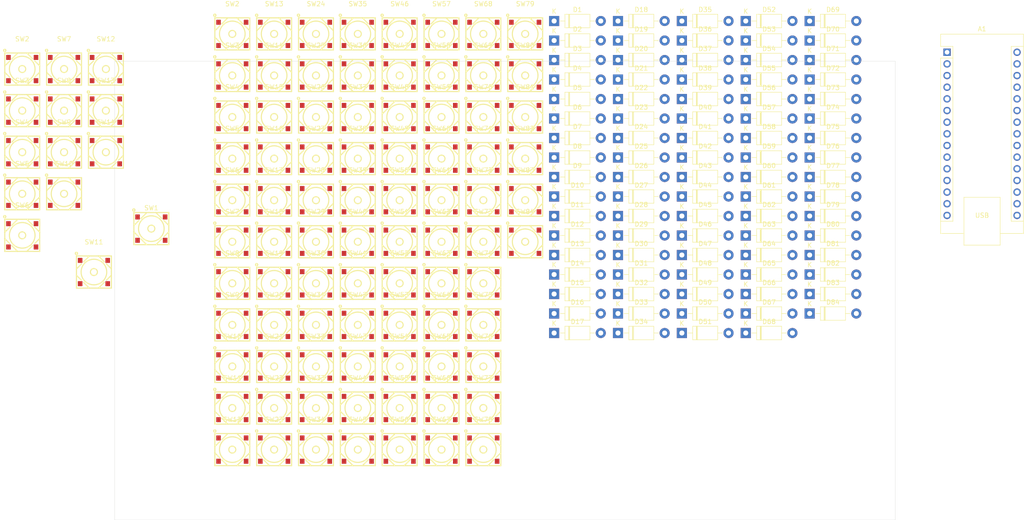
<source format=kicad_pcb>
(kicad_pcb (version 20240108) (generator "pcbnew") (generator_version "8.0")
  (layers (0 "F.Cu" signal) (31 "B.Cu" signal) (34 "B.Paste" user) (35 "F.Paste" user) (36 "B.SilkS" user "B.Silkscreen") (37 "F.SilkS" user "F.Silkscreen") (38 "B.Mask" user) (39 "F.Mask" user) (44 "Edge.Cuts" user))
  (net 0 "")
  (net 65 "row 5")
  (net 66 "col 1")
  (net 67 "col 8")
  (net 68 "col 9")
  (net 69 "col 4")
  (net 70 "row 2")
  (net 71 "col 5")
  (net 72 "col 11")
  (net 73 "col 6")
  (net 74 "col 12")
  (net 75 "col 7")
  (net 76 "col 10")
  (net 77 "row 0")
  (net 78 "col 0")
  (net 79 "row 3")
  (net 80 "row 4")
  (net 81 "col 3")
  (net 82 "col 2")
  (net 83 "row 1")
  (net 84 "col 13")
  (net 85 "Net-(D1-A)")
  (net 86 "Net-(D2-A)")
  (net 87 "Net-(D3-A)")
  (net 88 "Net-(D4-A)")
  (net 89 "Net-(D5-A)")
  (net 90 "Net-(D6-A)")
  (net 91 "Net-(D7-A)")
  (net 92 "Net-(D8-A)")
  (net 93 "Net-(D9-A)")
  (net 94 "Net-(D10-A)")
  (net 95 "Net-(D11-A)")
  (net 96 "Net-(D12-A)")
  (net 97 "Net-(D13-A)")
  (net 98 "Net-(D14-A)")
  (net 99 "Net-(D15-A)")
  (net 100 "Net-(D16-A)")
  (net 101 "Net-(D17-A)")
  (net 102 "Net-(D18-A)")
  (net 103 "Net-(D19-A)")
  (net 104 "Net-(D20-A)")
  (net 105 "Net-(D21-A)")
  (net 106 "Net-(D22-A)")
  (net 107 "Net-(D23-A)")
  (net 108 "Net-(D24-A)")
  (net 109 "Net-(D25-A)")
  (net 110 "Net-(D26-A)")
  (net 111 "Net-(D27-A)")
  (net 112 "Net-(D28-A)")
  (net 113 "Net-(D29-A)")
  (net 114 "Net-(D30-A)")
  (net 115 "Net-(D31-A)")
  (net 116 "Net-(D32-A)")
  (net 117 "Net-(D33-A)")
  (net 118 "Net-(D34-A)")
  (net 119 "Net-(D35-A)")
  (net 120 "Net-(D36-A)")
  (net 121 "Net-(D37-A)")
  (net 122 "Net-(D38-A)")
  (net 123 "Net-(D39-A)")
  (net 124 "Net-(D40-A)")
  (net 125 "Net-(D41-A)")
  (net 126 "Net-(D42-A)")
  (net 127 "Net-(D43-A)")
  (net 128 "Net-(D44-A)")
  (net 129 "Net-(D45-A)")
  (net 130 "Net-(D46-A)")
  (net 131 "Net-(D47-A)")
  (net 132 "Net-(D48-A)")
  (net 133 "Net-(D49-A)")
  (net 134 "Net-(D50-A)")
  (net 135 "Net-(D51-A)")
  (net 136 "Net-(D52-A)")
  (net 137 "Net-(D53-A)")
  (net 138 "Net-(D54-A)")
  (net 139 "Net-(D55-A)")
  (net 140 "Net-(D56-A)")
  (net 141 "Net-(D57-A)")
  (net 142 "Net-(D58-A)")
  (net 143 "Net-(D59-A)")
  (net 144 "Net-(D60-A)")
  (net 145 "Net-(D61-A)")
  (net 146 "Net-(D62-A)")
  (net 147 "Net-(D63-A)")
  (net 148 "Net-(D64-A)")
  (net 149 "Net-(D65-A)")
  (net 150 "Net-(D66-A)")
  (net 151 "Net-(D67-A)")
  (net 152 "Net-(D68-A)")
  (net 153 "Net-(D69-A)")
  (net 154 "Net-(D70-A)")
  (net 155 "Net-(D71-A)")
  (net 156 "Net-(D72-A)")
  (net 157 "Net-(D73-A)")
  (net 158 "Net-(D74-A)")
  (net 159 "Net-(D75-A)")
  (net 160 "Net-(D76-A)")
  (net 161 "Net-(D77-A)")
  (net 162 "Net-(D78-A)")
  (net 163 "Net-(D79-A)")
  (net 164 "Net-(D80-A)")
  (net 165 "Net-(D81-A)")
  (net 166 "Net-(D82-A)")
  (net 167 "Net-(D83-A)")
  (net 168 "Net-(D84-A)")
  (footprint "Diode_THT:D_DO-41_SOD81_P10.16mm_Horizontal" (layer "F.Cu") (at 209.84 63)
    (property "Reference" "D76")
    (property "Value" "1N4001")
  )
  (footprint "easyeda2kicad:KEY-SMD_4P-L7.5-W7.0-P6.00-LS5.0" (layer "F.Cu") (at 138.79 126.66)
    (property "Reference" "SW78")
    (property "Value" "SKRRAAE010")
  )
  (footprint "easyeda2kicad:KEY-SMD_4P-L7.5-W7.0-P6.00-LS5.0" (layer "F.Cu") (at 111.46 63.24)
    (property "Reference" "SW38")
    (property "Value" "SKRRAAE010")
  )
  (footprint "easyeda2kicad:KEY-SMD_4P-L7.5-W7.0-P6.00-LS5.0" (layer "F.Cu") (at 93.24 72.3)
    (property "Reference" "SW17")
    (property "Value" "SKRRAAE010")
  )
  (footprint "easyeda2kicad:KEY-SMD_4P-L7.5-W7.0-P6.00-LS5.0" (layer "F.Cu") (at 120.57 108.54)
    (property "Reference" "SW54")
    (property "Value" "SKRRAAE010")
  )
  (footprint "Diode_THT:D_DO-41_SOD81_P10.16mm_Horizontal" (layer "F.Cu") (at 154.2 71.5)
    (property "Reference" "D10")
    (property "Value" "1N4001")
  )
  (footprint "Diode_THT:D_DO-41_SOD81_P10.16mm_Horizontal" (layer "F.Cu") (at 209.84 71.5)
    (property "Reference" "D78")
    (property "Value" "1N4001")
  )
  (footprint "easyeda2kicad:KEY-SMD_4P-L7.5-W7.0-P6.00-LS5.0" (layer "F.Cu") (at 38.39 61.84)
    (property "Reference" "SW4")
    (property "Value" "SKRRAAE010")
  )
  (footprint "easyeda2kicad:KEY-SMD_4P-L7.5-W7.0-P6.00-LS5.0" (layer "F.Cu") (at 129.68 117.6)
    (property "Reference" "SW66")
    (property "Value" "SKRRAAE010")
  )
  (footprint "Diode_THT:D_DO-41_SOD81_P10.16mm_Horizontal" (layer "F.Cu") (at 168.11 46)
    (property "Reference" "D21")
    (property "Value" "1N4001")
  )
  (footprint "Diode_THT:D_DO-41_SOD81_P10.16mm_Horizontal" (layer "F.Cu") (at 168.11 54.5)
    (property "Reference" "D23")
    (property "Value" "1N4001")
  )
  (footprint "easyeda2kicad:KEY-SMD_4P-L7.5-W7.0-P6.00-LS5.0" (layer "F.Cu") (at 38.39 52.78)
    (property "Reference" "SW3")
    (property "Value" "SKRRAAE010")
  )
  (footprint "Diode_THT:D_DO-41_SOD81_P10.16mm_Horizontal" (layer "F.Cu") (at 182.02 46)
    (property "Reference" "D38")
    (property "Value" "1N4001")
  )
  (footprint "Diode_THT:D_DO-41_SOD81_P10.16mm_Horizontal" (layer "F.Cu") (at 154.2 97)
    (property "Reference" "D16")
    (property "Value" "1N4001")
  )
  (footprint "Diode_THT:D_DO-41_SOD81_P10.16mm_Horizontal" (layer "F.Cu") (at 168.11 92.75)
    (property "Reference" "D32")
    (property "Value" "1N4001")
  )
  (footprint "easyeda2kicad:KEY-SMD_4P-L7.5-W7.0-P6.00-LS5.0" (layer "F.Cu") (at 129.68 108.54)
    (property "Reference" "SW65")
    (property "Value" "SKRRAAE010")
  )
  (footprint "easyeda2kicad:KEY-SMD_4P-L7.5-W7.0-P6.00-LS5.0" (layer "F.Cu") (at 138.79 99.48)
    (property "Reference" "SW75")
    (property "Value" "SKRRAAE010")
  )
  (footprint "easyeda2kicad:KEY-SMD_4P-L7.5-W7.0-P6.00-LS5.0" (layer "F.Cu") (at 138.79 63.24)
    (property "Reference" "SW71")
    (property "Value" "SKRRAAE010")
  )
  (footprint "easyeda2kicad:KEY-SMD_4P-L7.5-W7.0-P6.00-LS5.0" (layer "F.Cu") (at 93.24 36.06)
    (property "Reference" "SW13")
    (property "Value" "SKRRAAE010")
  )
  (footprint "easyeda2kicad:KEY-SMD_4P-L7.5-W7.0-P6.00-LS5.0" (layer "F.Cu") (at 93.24 45.12)
    (property "Reference" "SW14")
    (property "Value" "SKRRAAE010")
  )
  (footprint "Diode_THT:D_DO-41_SOD81_P10.16mm_Horizontal" (layer "F.Cu") (at 168.11 41.75)
    (property "Reference" "D20")
    (property "Value" "1N4001")
  )
  (footprint "easyeda2kicad:KEY-SMD_4P-L7.5-W7.0-P6.00-LS5.0" (layer "F.Cu") (at 111.46 90.42)
    (property "Reference" "SW41")
    (property "Value" "SKRRAAE010")
  )
  (footprint "easyeda2kicad:KEY-SMD_4P-L7.5-W7.0-P6.00-LS5.0" (layer "F.Cu") (at 111.46 99.48)
    (property "Reference" "SW42")
    (property "Value" "SKRRAAE010")
  )
  (footprint "easyeda2kicad:KEY-SMD_4P-L7.5-W7.0-P6.00-LS5.0" (layer "F.Cu") (at 147.9 45.12)
    (property "Reference" "SW80")
    (property "Value" "SKRRAAE010")
  )
  (footprint "easyeda2kicad:KEY-SMD_4P-L7.5-W7.0-P6.00-LS5.0" (layer "F.Cu") (at 138.79 81.36)
    (property "Reference" "SW73")
    (property "Value" "SKRRAAE010")
  )
  (footprint "easyeda2kicad:KEY-SMD_4P-L7.5-W7.0-P6.00-LS5.0" (layer "F.Cu") (at 84.13 90.42)
    (property "Reference" "SW8")
    (property "Value" "SKRRAAE010")
  )
  (footprint "Diode_THT:D_DO-41_SOD81_P10.16mm_Horizontal" (layer "F.Cu") (at 209.84 37.5)
    (property "Reference" "D70")
    (property "Value" "1N4001")
  )
  (footprint "easyeda2kicad:KEY-SMD_4P-L7.5-W7.0-P6.00-LS5.0" (layer "F.Cu") (at 56.61 61.84)
    (property "Reference" "SW14")
    (property "Value" "SKRRAAE010")
  )
  (footprint "Diode_THT:D_DO-41_SOD81_P10.16mm_Horizontal" (layer "F.Cu") (at 168.11 63)
    (property "Reference" "D25")
    (property "Value" "1N4001")
  )
  (footprint "Diode_THT:D_DO-41_SOD81_P10.16mm_Horizontal" (layer "F.Cu") (at 182.02 54.5)
    (property "Reference" "D40")
    (property "Value" "1N4001")
  )
  (footprint "easyeda2kicad:KEY-SMD_4P-L7.5-W7.0-P6.00-LS5.0" (layer "F.Cu") (at 102.35 90.42)
    (property "Reference" "SW30")
    (property "Value" "SKRRAAE010")
  )
  (footprint "Diode_THT:D_DO-41_SOD81_P10.16mm_Horizontal" (layer "F.Cu") (at 209.84 41.75)
    (property "Reference" "D71")
    (property "Value" "1N4001")
  )
  (footprint "Diode_THT:D_DO-41_SOD81_P10.16mm_Horizontal" (layer "F.Cu") (at 154.2 54.5)
    (property "Reference" "D6")
    (property "Value" "1N4001")
  )
  (footprint "easyeda2kicad:KEY-SMD_4P-L7.5-W7.0-P6.00-LS5.0" (layer "F.Cu") (at 120.57 81.36)
    (property "Reference" "SW51")
    (property "Value" "SKRRAAE010")
  )
  (footprint "Diode_THT:D_DO-41_SOD81_P10.16mm_Horizontal" (layer "F.Cu") (at 168.11 71.5)
    (property "Reference" "D27")
    (property "Value" "1N4001")
  )
  (footprint "Diode_THT:D_DO-41_SOD81_P10.16mm_Horizontal" (layer "F.Cu") (at 209.84 84.25)
    (property "Reference" "D81")
    (property "Value" "1N4001")
  )
  (footprint "Diode_THT:D_DO-41_SOD81_P10.16mm_Horizontal" (layer "F.Cu") (at 154.2 75.75)
    (property "Reference" "D11")
    (property "Value" "1N4001")
  )
  (footprint "Diode_THT:D_DO-41_SOD81_P10.16mm_Horizontal" (layer "F.Cu") (at 182.02 75.75)
    (property "Reference" "D45")
    (property "Value" "1N4001")
  )
  (footprint "easyeda2kicad:KEY-SMD_4P-L7.5-W7.0-P6.00-LS5.0" (layer "F.Cu") (at 129.68 36.06)
    (property "Reference" "SW57")
    (property "Value" "SKRRAAE010")
  )
  (footprint "Diode_THT:D_DO-41_SOD81_P10.16mm_Horizontal" (layer "F.Cu") (at 209.84 88.5)
    (property "Reference" "D82")
    (property "Value" "1N4001")
  )
  (footprint "easyeda2kicad:KEY-SMD_4P-L7.5-W7.0-P6.00-LS5.0" (layer "F.Cu") (at 111.46 81.36)
    (property "Reference" "SW40")
    (property "Value" "SKRRAAE010")
  )
  (footprint "easyeda2kicad:KEY-SMD_4P-L7.5-W7.0-P6.00-LS5.0" (layer "F.Cu") (at 56.61 43.72)
    (property "Reference" "SW12")
    (property "Value" "SKRRAAE010")
  )
  (footprint "Diode_THT:D_DO-41_SOD81_P10.16mm_Horizontal" (layer "F.Cu") (at 168.11 84.25)
    (property "Reference" "D30")
    (property "Value" "1N4001")
  )
  (footprint "easyeda2kicad:KEY-SMD_4P-L7.5-W7.0-P6.00-LS5.0" (layer "F.Cu") (at 102.35 45.12)
    (property "Reference" "SW25")
    (property "Value" "SKRRAAE010")
  )
  (footprint "Diode_THT:D_DO-41_SOD81_P10.16mm_Horizontal" (layer "F.Cu") (at 182.02 41.75)
    (property "Reference" "D37")
    (property "Value" "1N4001")
  )
  (footprint "easyeda2kicad:KEY-SMD_4P-L7.5-W7.0-P6.00-LS5.0" (layer "F.Cu") (at 93.24 117.6)
    (property "Reference" "SW22")
    (property "Value" "SKRRAAE010")
  )
  (footprint "Diode_THT:D_DO-41_SOD81_P10.16mm_Horizontal" (layer "F.Cu") (at 168.11 97)
    (property "Reference" "D33")
    (property "Value" "1N4001")
  )
  (footprint "Diode_THT:D_DO-41_SOD81_P10.16mm_Horizontal" (layer "F.Cu") (at 182.02 50.25)
    (property "Reference" "D39")
    (property "Value" "1N4001")
  )
  (footprint "easyeda2kicad:KEY-SMD_4P-L7.5-W7.0-P6.00-LS5.0" (layer "F.Cu") (at 84.13 81.36)
    (property "Reference" "SW7")
    (property "Value" "SKRRAAE010")
  )
  (footprint "easyeda2kicad:KEY-SMD_4P-L7.5-W7.0-P6.00-LS5.0" (layer "F.Cu") (at 147.9 63.24)
    (property "Reference" "SW82")
    (property "Value" "SKRRAAE010")
  )
  (footprint "Diode_THT:D_DO-41_SOD81_P10.16mm_Horizontal" (layer "F.Cu") (at 209.84 92.75)
    (property "Reference" "D83")
    (property "Value" "1N4001")
  )
  (footprint "easyeda2kicad:KEY-SMD_4P-L7.5-W7.0-P6.00-LS5.0" (layer "F.Cu") (at 129.68 81.36)
    (property "Reference" "SW62")
    (property "Value" "SKRRAAE010")
  )
  (footprint "easyeda2kicad:KEY-SMD_4P-L7.5-W7.0-P6.00-LS5.0" (layer "F.Cu") (at 138.79 45.12)
    (property "Reference" "SW69")
    (property "Value" "SKRRAAE010")
  )
  (footprint "easyeda2kicad:KEY-SMD_4P-L7.5-W7.0-P6.00-LS5.0" (layer "F.Cu") (at 111.46 54.18)
    (property "Reference" "SW37")
    (property "Value" "SKRRAAE010")
  )
  (footprint "easyeda2kicad:KEY-SMD_4P-L7.5-W7.0-P6.00-LS5.0" (layer "F.Cu") (at 38.39 70.9)
    (property "Reference" "SW5")
    (property "Value" "SKRRAAE010")
  )
  (footprint "Diode_THT:D_DO-41_SOD81_P10.16mm_Horizontal" (layer "F.Cu") (at 168.11 50.25)
    (property "Reference" "D22")
    (property "Value" "1N4001")
  )
  (footprint "easyeda2kicad:KEY-SMD_4P-L7.5-W7.0-P6.00-LS5.0" (layer "F.Cu") (at 111.46 117.6)
    (property "Reference" "SW44")
    (property "Value" "SKRRAAE010")
  )
  (footprint "Diode_THT:D_DO-41_SOD81_P10.16mm_Horizontal" (layer "F.Cu") (at 182.02 33.25)
    (property "Reference" "D35")
    (property "Value" "1N4001")
  )
  (footprint "Diode_THT:D_DO-41_SOD81_P10.16mm_Horizontal" (layer "F.Cu") (at 182.02 101.25)
    (property "Reference" "D51")
    (property "Value" "1N4001")
  )
  (footprint "Diode_THT:D_DO-41_SOD81_P10.16mm_Horizontal" (layer "F.Cu") (at 154.2 92.75)
    (property "Reference" "D15")
    (property "Value" "1N4001")
  )
  (footprint "easyeda2kicad:KEY-SMD_4P-L7.5-W7.0-P6.00-LS5.0" (layer "F.Cu") (at 38.39 43.72)
    (property "Reference" "SW2")
    (property "Value" "SKRRAAE010")
  )
  (footprint "Diode_THT:D_DO-41_SOD81_P10.16mm_Horizontal" (layer "F.Cu") (at 195.93 50.25)
    (property "Reference" "D56")
    (property "Value" "1N4001")
  )
  (footprint "Diode_THT:D_DO-41_SOD81_P10.16mm_Horizontal" (layer "F.Cu") (at 154.2 63)
    (property "Reference" "D8")
    (property "Value" "1N4001")
  )
  (footprint "Diode_THT:D_DO-41_SOD81_P10.16mm_Horizontal" (layer "F.Cu") (at 195.93 41.75)
    (property "Reference" "D54")
    (property "Value" "1N4001")
  )
  (footprint "easyeda2kicad:KEY-SMD_4P-L7.5-W7.0-P6.00-LS5.0" (layer "F.Cu") (at 84.13 54.18)
    (property "Reference" "SW4")
    (property "Value" "SKRRAAE010")
  )
  (footprint "Diode_THT:D_DO-41_SOD81_P10.16mm_Horizontal" (layer "F.Cu") (at 154.2 37.5)
    (property "Reference" "D2")
    (property "Value" "1N4001")
  )
  (footprint "easyeda2kicad:KEY-SMD_4P-L7.5-W7.0-P6.00-LS5.0" (layer "F.Cu") (at 84.13 72.3)
    (property "Reference" "SW6")
    (property "Value" "SKRRAAE010")
  )
  (footprint "easyeda2kicad:KEY-SMD_4P-L7.5-W7.0-P6.00-LS5.0" (layer "F.Cu") (at 120.57 72.3)
    (property "Reference" "SW50")
    (property "Value" "SKRRAAE010")
  )
  (footprint "easyeda2kicad:KEY-SMD_4P-L7.5-W7.0-P6.00-LS5.0" (layer "F.Cu") (at 111.46 36.06)
    (property "Reference" "SW35")
    (property "Value" "SKRRAAE010")
  )
  (footprint "Diode_THT:D_DO-41_SOD81_P10.16mm_Horizontal" (layer "F.Cu") (at 195.93 101.25)
    (property "Reference" "D68")
    (property "Value" "1N4001")
  )
  (footprint "easyeda2kicad:KEY-SMD_4P-L7.5-W7.0-P6.00-LS5.0" (layer "F.Cu") (at 84.13 99.48)
    (property "Reference" "SW9")
    (property "Value" "SKRRAAE010")
  )
  (footprint "Diode_THT:D_DO-41_SOD81_P10.16mm_Horizontal" (layer "F.Cu") (at 195.93 33.25)
    (property "Reference" "D52")
    (property "Value" "1N4001")
  )
  (footprint "Diode_THT:D_DO-41_SOD81_P10.16mm_Horizontal" (layer "F.Cu") (at 182.02 92.75)
    (property "Reference" "D49")
    (property "Value" "1N4001")
  )
  (footprint "Diode_THT:D_DO-41_SOD81_P10.16mm_Horizontal" (layer "F.Cu") (at 209.84 67.25)
    (property "Reference" "D77")
    (property "Value" "1N4001")
  )
  (footprint "Diode_THT:D_DO-41_SOD81_P10.16mm_Horizontal" (layer "F.Cu") (at 195.93 92.75)
    (property "Reference" "D66")
    (property "Value" "1N4001")
  )
  (footprint "easyeda2kicad:KEY-SMD_4P-L7.5-W7.0-P6.00-LS5.0" (layer "F.Cu") (at 47.5 52.78)
    (property "Reference" "SW8")
    (property "Value" "SKRRAAE010")
  )
  (footprint "easyeda2kicad:KEY-SMD_4P-L7.5-W7.0-P6.00-LS5.0" (layer "F.Cu") (at 38.39 79.96)
    (property "Reference" "SW6")
    (property "Value" "SKRRAAE010")
  )
  (footprint "Diode_THT:D_DO-41_SOD81_P10.16mm_Horizontal" (layer "F.Cu") (at 182.02 71.5)
    (property "Reference" "D44")
    (property "Value" "1N4001")
  )
  (footprint "easyeda2kicad:KEY-SMD_4P-L7.5-W7.0-P6.00-LS5.0" (layer "F.Cu") (at 84.13 45.12)
    (property "Reference" "SW3")
    (property "Value" "SKRRAAE010")
  )
  (footprint "Diode_THT:D_DO-41_SOD81_P10.16mm_Horizontal" (layer "F.Cu") (at 182.02 63)
    (property "Reference" "D42")
    (property "Value" "1N4001")
  )
  (footprint "easyeda2kicad:KEY-SMD_4P-L7.5-W7.0-P6.00-LS5.0" (layer "F.Cu") (at 111.46 108.54)
    (property "Reference" "SW43")
    (property "Value" "SKRRAAE010")
  )
  (footprint "Diode_THT:D_DO-41_SOD81_P10.16mm_Horizontal" (layer "F.Cu") (at 154.2 80)
    (property "Reference" "D12")
    (property "Value" "1N4001")
  )
  (footprint "Diode_THT:D_DO-41_SOD81_P10.16mm_Horizontal" (layer "F.Cu") (at 195.93 63)
    (property "Reference" "D59")
    (property "Value" "1N4001")
  )
  (footprint "easyeda2kicad:KEY-SMD_4P-L7.5-W7.0-P6.00-LS5.0" (layer "F.Cu") (at 102.35 36.06)
    (property "Reference" "SW24")
    (property "Value" "SKRRAAE010")
  )
  (footprint "easyeda2kicad:KEY-SMD_4P-L7.5-W7.0-P6.00-LS5.0" (layer "F.Cu") (at 102.35 126.66)
    (property "Reference" "SW34")
    (property "Value" "SKRRAAE010")
  )
  (footprint "easyeda2kicad:KEY-SMD_4P-L7.5-W7.0-P6.00-LS5.0" (layer "F.Cu") (at 147.9 54.18)
    (property "Reference" "SW81")
    (property "Value" "SKRRAAE010")
  )
  (footprint "easyeda2kicad:KEY-SMD_4P-L7.5-W7.0-P6.00-LS5.0" (layer "F.Cu") (at 120.57 63.24)
    (property "Reference" "SW49")
    (property "Value" "SKRRAAE010")
  )
  (footprint "Diode_THT:D_DO-41_SOD81_P10.16mm_Horizontal" (layer "F.Cu") (at 168.11 75.75)
    (property "Reference" "D28")
    (property "Value" "1N4001")
  )
  (footprint "Diode_THT:D_DO-41_SOD81_P10.16mm_Horizontal" (layer "F.Cu") (at 154.2 101.25)
    (property "Reference" "D17")
    (property "Value" "1N4001")
  )
  (footprint "Diode_THT:D_DO-41_SOD81_P10.16mm_Horizontal" (layer "F.Cu") (at 154.2 41.75)
    (property "Reference" "D3")
    (property "Value" "1N4001")
  )
  (footprint "easyeda2kicad:KEY-SMD_4P-L7.5-W7.0-P6.00-LS5.0" (layer "F.Cu") (at 129.68 54.18)
    (property "Reference" "SW59")
    (property "Value" "SKRRAAE010")
  )
  (footprint "easyeda2kicad:KEY-SMD_4P-L7.5-W7.0-P6.00-LS5.0" (layer "F.Cu") (at 102.35 99.48)
    (property "Reference" "SW31")
    (property "Value" "SKRRAAE010")
  )
  (footprint "easyeda2kicad:KEY-SMD_4P-L7.5-W7.0-P6.00-LS5.0" (layer "F.Cu") (at 66.5 78.5)
    (property "Reference" "SW1")
    (property "Value" "SKRRAAE010")
  )
  (footprint "easyeda2kicad:KEY-SMD_4P-L7.5-W7.0-P6.00-LS5.0" (layer "F.Cu") (at 93.24 126.66)
    (property "Reference" "SW23")
    (property "Value" "SKRRAAE010")
  )
  (footprint "easyeda2kicad:KEY-SMD_4P-L7.5-W7.0-P6.00-LS5.0" (layer "F.Cu") (at 147.9 72.3)
    (property "Reference" "SW83")
    (property "Value" "SKRRAAE010")
  )
  (footprint "easyeda2kicad:KEY-SMD_4P-L7.5-W7.0-P6.00-LS5.0" (layer "F.Cu") (at 102.35 54.18)
    (property "Reference" "SW26")
    (property "Value" "SKRRAAE010")
  )
  (footprint "easyeda2kicad:KEY-SMD_4P-L7.5-W7.0-P6.00-LS5.0" (layer "F.Cu") (at 129.68 45.12)
    (property "Reference" "SW58")
    (property "Value" "SKRRAAE010")
  )
  (footprint "Diode_THT:D_DO-41_SOD81_P10.16mm_Horizontal" (layer "F.Cu") (at 209.84 46)
    (property "Reference" "D72")
    (property "Value" "1N4001")
  )
  (footprint "Diode_THT:D_DO-41_SOD81_P10.16mm_Horizontal" (layer "F.Cu") (at 168.11 101.25)
    (property "Reference" "D34")
    (property "Value" "1N4001")
  )
  (footprint "easyeda2kicad:KEY-SMD_4P-L7.5-W7.0-P6.00-LS5.0" (layer "F.Cu") (at 102.35 72.3)
    (property "Reference" "SW28")
    (property "Value" "SKRRAAE010")
  )
  (footprint "easyeda2kicad:KEY-SMD_4P-L7.5-W7.0-P6.00-LS5.0" (layer "F.Cu") (at 138.79 36.06)
    (property "Reference" "SW68")
    (property "Value" "SKRRAAE010")
  )
  (footprint "easyeda2kicad:KEY-SMD_4P-L7.5-W7.0-P6.00-LS5.0" (layer "F.Cu") (at 129.68 99.48)
    (property "Reference" "SW64")
    (property "Value" "SKRRAAE010")
  )
  (footprint "Diode_THT:D_DO-41_SOD81_P10.16mm_Horizontal" (layer "F.Cu") (at 168.11 37.5)
    (property "Reference" "D19")
    (property "Value" "1N4001")
  )
  (footprint "Diode_THT:D_DO-41_SOD81_P10.16mm_Horizontal" (layer "F.Cu") (at 195.93 67.25)
    (property "Reference" "D60")
    (property "Value" "1N4001")
  )
  (footprint "Diode_THT:D_DO-41_SOD81_P10.16mm_Horizontal" (layer "F.Cu") (at 195.93 58.75)
    (property "Reference" "D58")
    (property "Value" "1N4001")
  )
  (footprint "easyeda2kicad:KEY-SMD_4P-L7.5-W7.0-P6.00-LS5.0" (layer "F.Cu") (at 120.57 36.06)
    (property "Reference" "SW46")
    (property "Value" "SKRRAAE010")
  )
  (footprint "easyeda2kicad:KEY-SMD_4P-L7.5-W7.0-P6.00-LS5.0" (layer "F.Cu") (at 93.24 108.54)
    (property "Reference" "SW21")
    (property "Value" "SKRRAAE010")
  )
  (footprint "easyeda2kicad:KEY-SMD_4P-L7.5-W7.0-P6.00-LS5.0" (layer "F.Cu") (at 111.46 126.66)
    (property "Reference" "SW45")
    (property "Value" "SKRRAAE010")
  )
  (footprint "Diode_THT:D_DO-41_SOD81_P10.16mm_Horizontal" (layer "F.Cu") (at 182.02 84.25)
    (property "Reference" "D47")
    (property "Value" "1N4001")
  )
  (footprint "easyeda2kicad:KEY-SMD_4P-L7.5-W7.0-P6.00-LS5.0" (layer "F.Cu") (at 129.68 63.24)
    (property "Reference" "SW60")
    (property "Value" "SKRRAAE010")
  )
  (footprint "easyeda2kicad:KEY-SMD_4P-L7.5-W7.0-P6.00-LS5.0" (layer "F.Cu") (at 138.79 90.42)
    (property "Reference" "SW74")
    (property "Value" "SKRRAAE010")
  )
  (footprint "easyeda2kicad:KEY-SMD_4P-L7.5-W7.0-P6.00-LS5.0" (layer "F.Cu") (at 129.68 126.66)
    (property "Reference" "SW67")
    (property "Value" "SKRRAAE010")
  )
  (footprint "easyeda2kicad:KEY-SMD_4P-L7.5-W7.0-P6.00-LS5.0" (layer "F.Cu") (at 93.24 63.24)
    (property "Reference" "SW16")
    (property "Value" "SKRRAAE010")
  )
  (footprint "easyeda2kicad:KEY-SMD_4P-L7.5-W7.0-P6.00-LS5.0" (layer "F.Cu") (at 84.13 108.54)
    (property "Reference" "SW10")
    (property "Value" "SKRRAAE010")
  )
  (footprint "easyeda2kicad:KEY-SMD_4P-L7.5-W7.0-P6.00-LS5.0" (layer "F.Cu") (at 120.57 99.48)
    (property "Reference" "SW53")
    (property "Value" "SKRRAAE010")
  )
  (footprint "easyeda2kicad:KEY-SMD_4P-L7.5-W7.0-P6.00-LS5.0" (layer "F.Cu") (at 47.5 61.84)
    (property "Reference" "SW9")
    (property "Value" "SKRRAAE010")
  )
  (footprint "easyeda2kicad:KEY-SMD_4P-L7.5-W7.0-P6.00-LS5.0" (layer "F.Cu") (at 102.35 117.6)
    (property "Reference" "SW33")
    (property "Value" "SKRRAAE010")
  )
  (footprint "Diode_THT:D_DO-41_SOD81_P10.16mm_Horizontal" (layer "F.Cu") (at 209.84 33.25)
    (property "Reference" "D69")
    (property "Value" "1N4001")
  )
  (footprint "Diode_THT:D_DO-41_SOD81_P10.16mm_Horizontal" (layer "F.Cu") (at 168.11 58.75)
    (property "Reference" "D24")
    (property "Value" "1N4001")
  )
  (footprint "easyeda2kicad:KEY-SMD_4P-L7.5-W7.0-P6.00-LS5.0" (layer "F.Cu") (at 120.57 45.12)
    (property "Reference" "SW47")
    (property "Value" "SKRRAAE010")
  )
  (footprint "Diode_THT:D_DO-41_SOD81_P10.16mm_Horizontal" (layer "F.Cu") (at 168.11 88.5)
    (property "Reference" "D31")
    (property "Value" "1N4001")
  )
  (footprint "Diode_THT:D_DO-41_SOD81_P10.16mm_Horizontal" (layer "F.Cu") (at 182.02 67.25)
    (property "Reference" "D43")
    (property "Value" "1N4001")
  )
  (footprint "Diode_THT:D_DO-41_SOD81_P10.16mm_Horizontal" (layer "F.Cu") (at 154.2 50.25)
    (property "Reference" "D5")
    (property "Value" "1N4001")
  )
  (footprint "Diode_THT:D_DO-41_SOD81_P10.16mm_Horizontal" (layer "F.Cu") (at 182.02 58.75)
    (property "Reference" "D41")
    (property "Value" "1N4001")
  )
  (footprint "easyeda2kicad:KEY-SMD_4P-L7.5-W7.0-P6.00-LS5.0" (layer "F.Cu") (at 102.35 108.54)
    (property "Reference" "SW32")
    (property "Value" "SKRRAAE010")
  )
  (footprint "easyeda2kicad:KEY-SMD_4P-L7.5-W7.0-P6.00-LS5.0" (layer "F.Cu") (at 93.24 81.36)
    (property "Reference" "SW18")
    (property "Value" "SKRRAAE010")
  )
  (footprint "Diode_THT:D_DO-41_SOD81_P10.16mm_Horizontal" (layer "F.Cu") (at 195.93 46)
    (property "Reference" "D55")
    (property "Value" "1N4001")
  )
  (footprint "easyeda2kicad:KEY-SMD_4P-L7.5-W7.0-P6.00-LS5.0" (layer "F.Cu") (at 138.79 54.18)
    (property "Reference" "SW70")
    (property "Value" "SKRRAAE010")
  )
  (footprint "easyeda2kicad:KEY-SMD_4P-L7.5-W7.0-P6.00-LS5.0" (layer "F.Cu") (at 54 87.96)
    (property "Reference" "SW11")
    (property "Value" "SKRRAAE010")
  )
  (footprint "easyeda2kicad:KEY-SMD_4P-L7.5-W7.0-P6.00-LS5.0" (layer "F.Cu") (at 84.13 126.66)
    (property "Reference" "SW12")
    (property "Value" "SKRRAAE010")
  )
  (footprint "Diode_THT:D_DO-41_SOD81_P10.16mm_Horizontal" (layer "F.Cu") (at 209.84 58.75)
    (property "Reference" "D75")
    (property "Value" "1N4001")
  )
  (footprint "easyeda2kicad:KEY-SMD_4P-L7.5-W7.0-P6.00-LS5.0" (layer "F.Cu") (at 47.5 70.9)
    (property "Reference" "SW10")
    (property "Value" "SKRRAAE010")
  )
  (footprint "easyeda2kicad:KEY-SMD_4P-L7.5-W7.0-P6.00-LS5.0" (layer "F.Cu") (at 84.13 117.6)
    (property "Reference" "SW11")
    (property "Value" "SKRRAAE010")
  )
  (footprint "easyeda2kicad:KEY-SMD_4P-L7.5-W7.0-P6.00-LS5.0" (layer "F.Cu") (at 138.79 117.6)
    (property "Reference" "SW77")
    (property "Value" "SKRRAAE010")
  )
  (footprint "easyeda2kicad:KEY-SMD_4P-L7.5-W7.0-P6.00-LS5.0" (layer "F.Cu") (at 120.57 126.66)
    (property "Reference" "SW56")
    (property "Value" "SKRRAAE010")
  )
  (footprint "easyeda2kicad:KEY-SMD_4P-L7.5-W7.0-P6.00-LS5.0" (layer "F.Cu") (at 111.46 45.12)
    (property "Reference" "SW36")
    (property "Value" "SKRRAAE010")
  )
  (footprint "easyeda2kicad:KEY-SMD_4P-L7.5-W7.0-P6.00-LS5.0" (layer "F.Cu") (at 56.61 52.78)
    (property "Reference" "SW13")
    (property "Value" "SKRRAAE010")
  )
  (footprint "Diode_THT:D_DO-41_SOD81_P10.16mm_Horizontal" (layer "F.Cu") (at 209.84 54.5)
    (property "Reference" "D74")
    (property "Value" "1N4001")
  )
  (footprint "Diode_THT:D_DO-41_SOD81_P10.16mm_Horizontal" (layer "F.Cu") (at 154.2 67.25)
    (property "Reference" "D9")
    (property "Value" "1N4001")
  )
  (footprint "Diode_THT:D_DO-41_SOD81_P10.16mm_Horizontal" (layer "F.Cu") (at 209.84 80)
    (property "Reference" "D80")
    (property "Value" "1N4001")
  )
  (footprint "Diode_THT:D_DO-41_SOD81_P10.16mm_Horizontal" (layer "F.Cu") (at 209.84 50.25)
    (property "Reference" "D73")
    (property "Value" "1N4001")
  )
  (footprint "Diode_THT:D_DO-41_SOD81_P10.16mm_Horizontal" (layer "F.Cu") (at 168.11 80)
    (property "Reference" "D29")
    (property "Value" "1N4001")
  )
  (footprint "Diode_THT:D_DO-41_SOD81_P10.16mm_Horizontal" (layer "F.Cu") (at 182.02 80)
    (property "Reference" "D46")
    (property "Value" "1N4001")
  )
  (footprint "easyeda2kicad:KEY-SMD_4P-L7.5-W7.0-P6.00-LS5.0" (layer "F.Cu") (at 111.46 72.3)
    (property "Reference" "SW39")
    (property "Value" "SKRRAAE010")
  )
  (footprint "Diode_THT:D_DO-41_SOD81_P10.16mm_Horizontal" (layer "F.Cu") (at 195.93 84.25)
    (property "Reference" "D64")
    (property "Value" "1N4001")
  )
  (footprint "easyeda2kicad:KEY-SMD_4P-L7.5-W7.0-P6.00-LS5.0" (layer "F.Cu") (at 93.24 54.18)
    (property "Reference" "SW15")
    (property "Value" "SKRRAAE010")
  )
  (footprint "Diode_THT:D_DO-41_SOD81_P10.16mm_Horizontal" (layer "F.Cu") (at 182.02 97)
    (property "Reference" "D50")
    (property "Value" "1N4001")
  )
  (footprint "Diode_THT:D_DO-41_SOD81_P10.16mm_Horizontal" (layer "F.Cu") (at 182.02 37.5)
    (property "Reference" "D36")
    (property "Value" "1N4001")
  )
  (footprint "Diode_THT:D_DO-41_SOD81_P10.16mm_Horizontal" (layer "F.Cu") (at 154.2 84.25)
    (property "Reference" "D13")
    (property "Value" "1N4001")
  )
  (footprint "easyeda2kicad:KEY-SMD_4P-L7.5-W7.0-P6.00-LS5.0" (layer "F.Cu") (at 93.24 90.42)
    (property "Reference" "SW19")
    (property "Value" "SKRRAAE010")
  )
  (footprint "Diode_THT:D_DO-41_SOD81_P10.16mm_Horizontal" (layer "F.Cu") (at 168.11 67.25)
    (property "Reference" "D26")
    (property "Value" "1N4001")
  )
  (footprint "easyeda2kicad:KEY-SMD_4P-L7.5-W7.0-P6.00-LS5.0" (layer "F.Cu") (at 147.9 81.36)
    (property "Reference" "SW84")
    (property "Value" "SKRRAAE010")
  )
  (footprint "Diode_THT:D_DO-41_SOD81_P10.16mm_Horizontal" (layer "F.Cu") (at 195.93 37.5)
    (property "Reference" "D53")
    (property "Value" "1N4001")
  )
  (footprint "Diode_THT:D_DO-41_SOD81_P10.16mm_Horizontal" (layer "F.Cu") (at 195.93 54.5)
    (property "Reference" "D57")
    (property "Value" "1N4001")
  )
  (footprint "easyeda2kicad:KEY-SMD_4P-L7.5-W7.0-P6.00-LS5.0" (layer "F.Cu") (at 138.79 108.54)
    (property "Reference" "SW76")
    (property "Value" "SKRRAAE010")
  )
  (footprint "easyeda2kicad:KEY-SMD_4P-L7.5-W7.0-P6.00-LS5.0" (layer "F.Cu") (at 120.57 117.6)
    (property "Reference" "SW55")
    (property "Value" "SKRRAAE010")
  )
  (footprint "easyeda2kicad:KEY-SMD_4P-L7.5-W7.0-P6.00-LS5.0" (layer "F.Cu") (at 129.68 72.3)
    (property "Reference" "SW61")
    (property "Value" "SKRRAAE010")
  )
  (footprint "Diode_THT:D_DO-41_SOD81_P10.16mm_Horizontal" (layer "F.Cu") (at 195.93 88.5)
    (property "Reference" "D65")
    (property "Value" "1N4001")
  )
  (footprint "easyeda2kicad:KEY-SMD_4P-L7.5-W7.0-P6.00-LS5.0" (layer "F.Cu") (at 47.5 43.72)
    (property "Reference" "SW7")
    (property "Value" "SKRRAAE010")
  )
  (footprint "Diode_THT:D_DO-41_SOD81_P10.16mm_Horizontal" (layer "F.Cu") (at 154.2 88.5)
    (property "Reference" "D14")
    (property "Value" "1N4001")
  )
  (footprint "Diode_THT:D_DO-41_SOD81_P10.16mm_Horizontal" (layer "F.Cu") (at 168.11 33.25)
    (property "Reference" "D18")
    (property "Value" "1N4001")
  )
  (footprint "Diode_THT:D_DO-41_SOD81_P10.16mm_Horizontal" (layer "F.Cu") (at 195.93 75.75)
    (property "Reference" "D62")
    (property "Value" "1N4001")
  )
  (footprint "easyeda2kicad:KEY-SMD_4P-L7.5-W7.0-P6.00-LS5.0" (layer "F.Cu") (at 120.57 54.18)
    (property "Reference" "SW48")
    (property "Value" "SKRRAAE010")
  )
  (footprint "easyeda2kicad:KEY-SMD_4P-L7.5-W7.0-P6.00-LS5.0" (layer "F.Cu") (at 84.13 36.06)
    (property "Reference" "SW2")
    (property "Value" "SKRRAAE010")
  )
  (footprint "Diode_THT:D_DO-41_SOD81_P10.16mm_Horizontal" (layer "F.Cu") (at 154.2 33.25)
    (property "Reference" "D1")
    (property "Value" "1N4001")
  )
  (footprint "Diode_THT:D_DO-41_SOD81_P10.16mm_Horizontal" (layer "F.Cu") (at 195.93 80)
    (property "Reference" "D63")
    (property "Value" "1N4001")
  )
  (footprint "easyeda2kicad:KEY-SMD_4P-L7.5-W7.0-P6.00-LS5.0" (layer "F.Cu") (at 138.79 72.3)
    (property "Reference" "SW72")
    (property "Value" "SKRRAAE010")
  )
  (footprint "Diode_THT:D_DO-41_SOD81_P10.16mm_Horizontal" (layer "F.Cu") (at 182.02 88.5)
    (property "Reference" "D48")
    (property "Value" "1N4001")
  )
  (footprint "Module:Arduino_Nano" (layer "F.Cu") (at 239.76 40.06)
    (property "Reference" "A1")
    (property "Value" "Arduino_Nano_v3.x")
  )
  (footprint "easyeda2kicad:KEY-SMD_4P-L7.5-W7.0-P6.00-LS5.0" (layer "F.Cu") (at 120.57 90.42)
    (property "Reference" "SW52")
    (property "Value" "SKRRAAE010")
  )
  (footprint "easyeda2kicad:KEY-SMD_4P-L7.5-W7.0-P6.00-LS5.0" (layer "F.Cu") (at 102.35 81.36)
    (property "Reference" "SW29")
    (property "Value" "SKRRAAE010")
  )
  (footprint "Diode_THT:D_DO-41_SOD81_P10.16mm_Horizontal" (layer "F.Cu") (at 154.2 58.75)
    (property "Reference" "D7")
    (property "Value" "1N4001")
  )
  (footprint "Diode_THT:D_DO-41_SOD81_P10.16mm_Horizontal" (layer "F.Cu") (at 195.93 71.5)
    (property "Reference" "D61")
    (property "Value" "1N4001")
  )
  (footprint "easyeda2kicad:KEY-SMD_4P-L7.5-W7.0-P6.00-LS5.0" (layer "F.Cu") (at 129.68 90.42)
    (property "Reference" "SW63")
    (property "Value" "SKRRAAE010")
  )
  (footprint "Diode_THT:D_DO-41_SOD81_P10.16mm_Horizontal" (layer "F.Cu") (at 209.84 97)
    (property "Reference" "D84")
    (property "Value" "1N4001")
  )
  (footprint "Diode_THT:D_DO-41_SOD81_P10.16mm_Horizontal" (layer "F.Cu") (at 195.93 97)
    (property "Reference" "D67")
    (property "Value" "1N4001")
  )
  (footprint "Diode_THT:D_DO-41_SOD81_P10.16mm_Horizontal" (layer "F.Cu") (at 209.84 75.75)
    (property "Reference" "D79")
    (property "Value" "1N4001")
  )
  (footprint "easyeda2kicad:KEY-SMD_4P-L7.5-W7.0-P6.00-LS5.0" (layer "F.Cu") (at 84.13 63.24)
    (property "Reference" "SW5")
    (property "Value" "SKRRAAE010")
  )
  (footprint "easyeda2kicad:KEY-SMD_4P-L7.5-W7.0-P6.00-LS5.0" (layer "F.Cu") (at 102.35 63.24)
    (property "Reference" "SW27")
    (property "Value" "SKRRAAE010")
  )
  (footprint "easyeda2kicad:KEY-SMD_4P-L7.5-W7.0-P6.00-LS5.0" (layer "F.Cu") (at 147.9 36.06)
    (property "Reference" "SW79")
    (property "Value" "SKRRAAE010")
  )
  (footprint "Diode_THT:D_DO-41_SOD81_P10.16mm_Horizontal" (layer "F.Cu") (at 154.2 46)
    (property "Reference" "D4")
    (property "Value" "1N4001")
  )
  (footprint "easyeda2kicad:KEY-SMD_4P-L7.5-W7.0-P6.00-LS5.0" (layer "F.Cu") (at 93.24 99.48)
    (property "Reference" "SW20")
    (property "Value" "SKRRAAE010")
  )
  (gr_rect (start 58.5 42) (end 228.5 142) (stroke (width 0.05)) (fill none) (layer "Edge.Cuts"))
)
</source>
